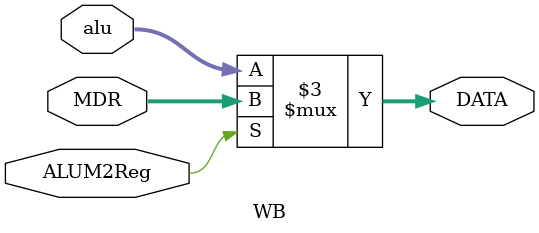
<source format=v>
	`timescale 1ns / 1ps
	 module CPU(clk, npc, immediate, IR, MEM_Data, MDR_out, DATA);

		input clk;
		output [31:0] npc;
		output [15:0] immediate;
		output [31:0] IR;
//		output [31:0] ReadData1_in;
		output [31:0] MEM_Data;
		output [31:0] MDR_out;
		output [31:0] DATA;//´æ´¢µ½¼Ä´æÆ÷ÖÐµÄÊý¾Ý
		
		wire [31:0] IAddr;
//		wire oput;
//		wire [31:0] IR;
		wire [5:0] ID_opcode, EX_opcode, MEM_opcode;
		wire [4:0] ID_rs, EX_rs, MEM_rs, WB_rs;
		wire [4:0] rt, rd;
		wire RegWire, ALUSrcB, MDRW, ALUM2Reg;
		wire [2:0] Aluop;
//		wire [15:0] immediate;
		wire [31:0] extend_immediate, extend_immediate_out;
//		wire [31:0] DATA;
		wire [31:0] ReadData1_in, ReadData1_out, ReadData2_in, ReadData2_out;
		wire [31:0] alu_result_in, alu_result_out;
//		wire [31:0] MDR_out;
		wire [31:0] WB_alu_out, WB_MDR_out;
//clk->cclk		
//		Caulator ca(clk, cclk);
//IF
		NPC np(IAddr,npc);
		PC p(clk, npc, IAddr);
		MAR mar(IAddr, IR);
//IF_ID
		IF_ID if_id(clk, IR, ID_opcode, ID_rs, rt, rd, immediate);
//ID	
		RegisterFile rf(clk, RegWire, WB_rs, rt, rd, DATA, ReadData1_in, ReadData2_in);
		ZeroSignExtend zse(immediate, extend_immediate);
//ID_EX
		ID_EX id_ex(clk, ID_rs, ID_opcode, extend_immediate, ReadData1_in, ReadData2_in, 
							EX_opcode, EX_rs, extend_immediate_out, ReadData1_out, ReadData2_out, Aluop, ALUSrcB);
//EX
		ALU alu(ReadData1_out, extend_immediate_out, ReadData2_out, ALUSrcB, Aluop, alu_result_in);
//EX_MEM
		EX_MEM ex_mem(clk, EX_rs, EX_opcode, alu_result_in, ReadData1_out, 
						MEM_rs, MEM_opcode, alu_result_out, MEM_Data, MDRW);
//MEM
		MDR mdr(clk, alu_result_out, MEM_Data, MDR_out, MDRW);
//MEM_WB
		MEM_WB mem_wb(clk, MEM_rs, MEM_opcode, alu_result_out, MEM_Data, WB_rs, WB_alu_out, WB_MDR_out, ALUM2Reg, RegWire);
//WB
		WB wb(WB_alu_out, WB_MDR_out, ALUM2Reg, DATA);
		
	endmodule

	module PC(clk, npc, immediate_out);
		input clk;
		input [31:0] npc;
		output reg [31:0] immediate_out;

		initial
			immediate_out = 32'b0;
		always @(posedge clk) begin
			immediate_out = npc;
		end
	endmodule

/*	module Caulator(clk, cclk);
		input clk;
		output wire cclk;
//		assign cclk = clk;
		
		reg[2:0] i = 0;
		assign cclk = i[2];
		
		initial begin
			i = 0;
		end
		always @(posedge clk) begin
				i = i + 1;
		end
	endmodule*/

	module IF_ID(clk, DATA_MAR, opcode, rs, rt, rd, immediate);
		input clk;
		input [31:0] DATA_MAR;
		output reg [5:0] opcode;
		output reg [4:0] rs;
		output reg [4:0] rt;
		output reg [4:0] rd;
		output reg [15:0] immediate;
		
		always @(posedge clk) begin
			opcode[5:0] = DATA_MAR[31:26];
			rs = DATA_MAR[25:21];
			rt = DATA_MAR[20:16];
			rd = DATA_MAR[15:11];
			immediate = DATA_MAR[15:0];
		end
	endmodule
	
	module ID_EX(clk, rs_in, opcode_in, immediate_in, ReadData1_in, ReadData2_in, opcode_out,
						rs_out, immediate_out, ReadData1_out, ReadData2_out, Aluop, ALUSrcB);
		input clk;
		input [4:0] rs_in;
		input [5:0] opcode_in;
		input [31:0] immediate_in;
		input [31:0] ReadData1_in;
		input [31:0] ReadData2_in;
		output reg [4:0] rs_out;
		output reg [5:0] opcode_out;
		output reg [31:0] immediate_out;
		output reg [31:0] ReadData1_out;
		output reg [31:0] ReadData2_out;
		output reg [2:0] Aluop;
		output reg ALUSrcB;
		
		always @(posedge clk) begin
			rs_out = rs_in;
			opcode_out = opcode_in;
			ReadData1_out = ReadData1_in;
			ReadData2_out = ReadData2_in;
			immediate_out = immediate_in;
			ALUSrcB = opcode_in==6'b000001||opcode_in==6'b000010 ? 1 : 0;
			case(opcode_in)
				6'b000010 : begin
					Aluop = 3'b000;
				end
				6'b000100 : begin
					Aluop = 3'b000;
				end
				6'b000101 : begin
					Aluop = 3'b011;
				end
				6'b000110 : begin
					Aluop = 3'b100;
				end
				6'b000111 : begin
					Aluop = 3'b101;
				end
				6'b001000 : begin
					Aluop = 3'b110;
				end
				6'b001001 : begin
					Aluop = 3'b111;
				end
			endcase
		end
	endmodule
	
	module EX_MEM(clk, rs_in, opcode_in, aluresult_in, ReadData1_in, 
						rs_out, opcode_out, aluresult_out, ReadData_out, MDRW);
		input clk;
		input [4:0] rs_in;
		input [5:0] opcode_in;
		input [31:0] aluresult_in;
		input [31:0] ReadData1_in;
		output reg [4:0] rs_out;
		output reg [5:0] opcode_out;
		output reg [31:0] aluresult_out;
		output reg [31:0] ReadData_out;
		output reg MDRW;
		
		always @(posedge clk) begin
			rs_out = rs_in;
			opcode_out = opcode_in;
			ReadData_out = ReadData1_in;
			aluresult_out = aluresult_in;
			MDRW = opcode_in==6'b000001 ? 1 : 0;
		end
	endmodule
	
	module MEM_WB(clk, rs_in, opcode, alu_in, MDR_in, rs_out, alu_out, MDR_out, ALUM2Reg, RegWire);
		input clk;
		input [4:0] rs_in;
		input [5:0] opcode;
		input [31:0] alu_in;
		input [31:0] MDR_in;
		output reg [4:0] rs_out;
		output reg RegWire;
		output reg [31:0] alu_out;
		output reg [31:0] MDR_out;
		output reg ALUM2Reg;
		
		always @(posedge clk) begin
			rs_out = rs_in;
			alu_out = alu_in;
			MDR_out = MDR_in;
			ALUM2Reg = opcode==000001 ? 1 : 0;
			RegWire = 0;
		end
	endmodule


	module NPC(pc, npc);
		input [31:0] pc;
		output reg [31:0] npc;
		always @(*)
			npc = pc + 4;
	endmodule

	module ALU(ReadData1, immediate, ReadData2, ALUSrcB, ALUOp, result);
		input [31:0] ReadData1, immediate, ReadData2;
		input ALUSrcB;
		input [2:0] ALUOp;
		output reg [31:0] result;
		
		reg [31:0] A;
		reg [31:0] B;
		
		always @(*) begin
			A = (ALUSrcB==0) ? ReadData1 : immediate;
			B = ReadData2;
			case(ALUOp)
				3'b000: begin
					result = A + B;
				end
				3'b001: begin
					result = B + A;
				end
				3'b010: begin
					result = A - B;
				end
				3'b011: begin
					result = B - A;
				end
				3'b100: begin
					result = A & B;
				end
				3'b101: begin
					result = A | B;
				end
				3'b110: begin
					result = A ^ B;
				end
				3'b111: begin
					result = A < B ? 32'h0001 : 32'h0000;
				end
			endcase
		end
	endmodule

	module MAR(IAddr, IR);
		input [31:0] IAddr;
		output reg [31:0] IR;
		
	//	reg [7:0] mem[0:127];
		reg [7:0] mem[0:32];
		initial begin
			$readmemb("MAR",mem);
		end
		
		always @(*) begin
			IR[31:24] = mem[IAddr];
			IR[23:16] = mem[IAddr+1];
			IR[15:8] = mem[IAddr+2];
			IR[7:0] = mem[IAddr+3];
		end
	endmodule

	module RegisterFile(clk, RegWire, rs, rt, rd, DATA, ReadData1, ReadData2);
		input clk, RegWire;
		input [4:0] rs, rt, rd;
		input [31:0] DATA;
		output reg [31:0] ReadData1, ReadData2;
			
		reg [31:0] register[0:31];
		
		initial begin
		    $readmemb("RF",register);
		end
		
		always @(*) begin
			ReadData1 = register[rd];
			ReadData2 = register[rt];
		end
		always @(negedge clk) begin
			if(RegWire==0 && rs && DATA)
				register[rs] = DATA;
		end
	endmodule


	module ZeroSignExtend(in, out);
		input [15:0] in;
		output reg [31:0] out;
		
		always @(*) begin
			out[15:0] = in;
			out[31:16] = in[15] ? 16'hffff : 16'h0000;
		end
	endmodule

	module MDR(clk, DAddr, DataIn, DataOut, MDRW);
		input clk;
		input [31:0] DAddr;
		input [31:0] DataIn;
		input MDRW;
		output reg [31:0] DataOut;
		reg [7:0] memory[0:127];
		always @(clk) begin
			if(MDRW==0)
				DataOut = memory[DAddr];
			else
				DataOut = 32'h00000000;
		end	
		initial begin
			$readmemb("MDR", memory);
		end

		always @(negedge clk) begin
			if(MDRW==1)
				memory[DAddr] = DataIn;
		end
	endmodule
	
	module WB(alu, MDR, ALUM2Reg, DATA);
		input [31:0] alu;
		input [31:0] MDR;
		input ALUM2Reg;
		output reg [31:0] DATA;
		
		always @(*) begin
			DATA = ALUM2Reg==1 ?  MDR : alu;
		end
	endmodule

</source>
